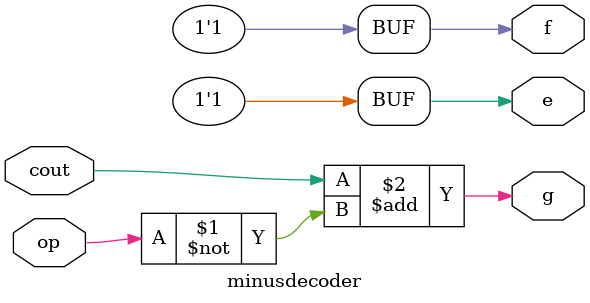
<source format=v>

module adddecoder(op, cout, e, f, g);


input op, cout;

output e, f, g;

//op=0, cout=1 done using POS
//these are equations for LED 1 and LED 2
assign e = ~cout+op;
assign f = ~cout+op;
assign g =1'b1;


endmodule



//FOR GETTING NEGATIVE

module minusdecoder(op, cout, e, f, g);

input op, cout;
output e, f, g;

assign e =1'b1;
assign f =1'b1;
assign g = cout + ~op;

endmodule

 

</source>
